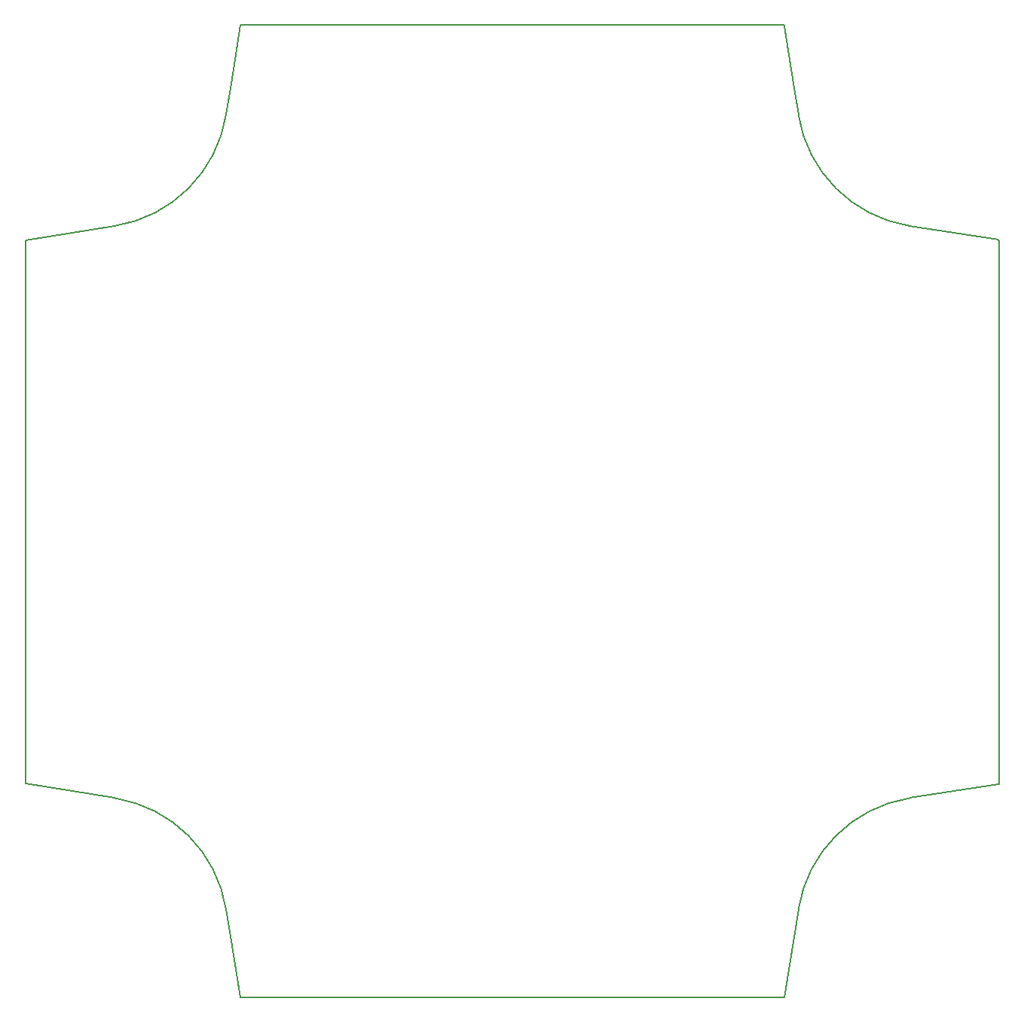
<source format=gko>
G04*
G04 #@! TF.GenerationSoftware,Altium Limited,Altium Designer,20.0.11 (256)*
G04*
G04 Layer_Color=16711935*
%FSLAX25Y25*%
%MOIN*%
G70*
G01*
G75*
%ADD12C,0.00787*%
D12*
X353001Y-28164D02*
G03*
X303753Y-77412I9268J-58516D01*
G01*
X1331Y225010D02*
G03*
X50579Y274258I-9268J58516D01*
G01*
Y-77412D02*
G03*
X1331Y-28164I-58516J-9268D01*
G01*
X303753Y274258D02*
G03*
X353001Y225010I58516J9268D01*
G01*
X297510Y-116511D02*
X303753Y-77412D01*
X392568Y-21847D02*
X392572Y-21845D01*
X392563Y-21849D02*
X392568Y-21847D01*
X392559Y-21850D02*
X392563Y-21849D01*
X392554Y-21852D02*
X392559Y-21850D01*
X392550Y-21854D02*
X392554Y-21852D01*
X392545Y-21855D02*
X392550Y-21854D01*
X392540Y-21857D02*
X392545Y-21855D01*
X392536Y-21859D02*
X392540Y-21857D01*
X392531Y-21860D02*
X392536Y-21859D01*
X392527Y-21862D02*
X392531Y-21860D01*
X392522Y-21864D02*
X392527Y-21862D01*
X392517Y-21865D02*
X392522Y-21864D01*
X392513Y-21867D02*
X392517Y-21865D01*
X392508Y-21869D02*
X392513Y-21867D01*
X392504Y-21870D02*
X392508Y-21869D01*
X392499Y-21872D02*
X392504Y-21870D01*
X392494Y-21873D02*
X392499Y-21872D01*
X392490Y-21875D02*
X392494Y-21873D01*
X392485Y-21876D02*
X392490Y-21875D01*
X392481Y-21878D02*
X392485Y-21876D01*
X392476Y-21880D02*
X392481Y-21878D01*
X392471Y-21881D02*
X392476Y-21880D01*
X392467Y-21883D02*
X392471Y-21881D01*
X392462Y-21884D02*
X392467Y-21883D01*
X392457Y-21886D02*
X392462Y-21884D01*
X392453Y-21887D02*
X392457Y-21886D01*
X392448Y-21889D02*
X392453Y-21887D01*
X392443Y-21890D02*
X392448Y-21889D01*
X392439Y-21891D02*
X392443Y-21890D01*
X392434Y-21893D02*
X392439Y-21891D01*
X392429Y-21894D02*
X392434Y-21893D01*
X392425Y-21896D02*
X392429Y-21894D01*
X392420Y-21897D02*
X392425Y-21896D01*
X392415Y-21899D02*
X392420Y-21897D01*
X392411Y-21900D02*
X392415Y-21899D01*
X392406Y-21901D02*
X392411Y-21900D01*
X392401Y-21903D02*
X392406Y-21901D01*
X392397Y-21904D02*
X392401Y-21903D01*
X392392Y-21906D02*
X392397Y-21904D01*
X392387Y-21907D02*
X392392Y-21906D01*
X392383Y-21908D02*
X392387Y-21907D01*
X392378Y-21910D02*
X392383Y-21908D01*
X392373Y-21911D02*
X392378Y-21910D01*
X392369Y-21912D02*
X392373Y-21911D01*
X392364Y-21914D02*
X392369Y-21912D01*
X392359Y-21915D02*
X392364Y-21914D01*
X392355Y-21916D02*
X392359Y-21915D01*
X392350Y-21918D02*
X392355Y-21916D01*
X392345Y-21919D02*
X392350Y-21918D01*
X392340Y-21920D02*
X392345Y-21919D01*
X392336Y-21921D02*
X392340Y-21920D01*
X392331Y-21923D02*
X392336Y-21921D01*
X392326Y-21924D02*
X392331Y-21923D01*
X392322Y-21925D02*
X392326Y-21924D01*
X392317Y-21926D02*
X392322Y-21925D01*
X392312Y-21927D02*
X392317Y-21926D01*
X392307Y-21929D02*
X392312Y-21927D01*
X392303Y-21930D02*
X392307Y-21929D01*
X392298Y-21931D02*
X392303Y-21930D01*
X392293Y-21932D02*
X392298Y-21931D01*
X392288Y-21933D02*
X392293Y-21932D01*
X392284Y-21934D02*
X392288Y-21933D01*
X392279Y-21936D02*
X392284Y-21934D01*
X392274Y-21937D02*
X392279Y-21936D01*
X392269Y-21938D02*
X392274Y-21937D01*
X392265Y-21939D02*
X392269Y-21938D01*
X392260Y-21940D02*
X392265Y-21939D01*
X392255Y-21941D02*
X392260Y-21940D01*
X392250Y-21942D02*
X392255Y-21941D01*
X392246Y-21943D02*
X392250Y-21942D01*
X392241Y-21944D02*
X392246Y-21943D01*
X392236Y-21945D02*
X392241Y-21944D01*
X392231Y-21946D02*
X392236Y-21945D01*
X392227Y-21947D02*
X392231Y-21946D01*
X392222Y-21948D02*
X392227Y-21947D01*
X392217Y-21949D02*
X392222Y-21948D01*
X392212Y-21950D02*
X392217Y-21949D01*
X392208Y-21951D02*
X392212Y-21950D01*
X392203Y-21952D02*
X392208Y-21951D01*
X392198Y-21953D02*
X392203Y-21952D01*
X392193Y-21954D02*
X392198Y-21953D01*
X392188Y-21955D02*
X392193Y-21954D01*
X392184Y-21956D02*
X392188Y-21955D01*
X392179Y-21957D02*
X392184Y-21956D01*
X392174Y-21958D02*
X392179Y-21957D01*
X392169Y-21959D02*
X392174Y-21958D01*
X392164Y-21960D02*
X392169Y-21959D01*
X392160Y-21961D02*
X392164Y-21960D01*
X392155Y-21962D02*
X392160Y-21961D01*
X392150Y-21963D02*
X392155Y-21962D01*
X392145Y-21963D02*
X392150Y-21963D01*
X392140Y-21964D02*
X392145Y-21963D01*
X392136Y-21965D02*
X392140Y-21964D01*
X392131Y-21966D02*
X392136Y-21965D01*
X392126Y-21967D02*
X392131Y-21966D01*
X392121Y-21968D02*
X392126Y-21967D01*
X392116Y-21968D02*
X392121Y-21968D01*
X392112Y-21969D02*
X392116Y-21968D01*
X392107Y-21970D02*
X392112Y-21969D01*
X392102Y-21971D02*
X392107Y-21970D01*
X300576Y294317D02*
X301877Y286108D01*
X52456Y-89262D02*
X56772Y-116511D01*
X192718Y313829D02*
X297435D01*
X297435Y313830D02*
X297437Y313825D01*
X297438Y313820D01*
X297440Y313816D01*
X297442Y313811D01*
X297443Y313807D01*
X297445Y313802D01*
X297447Y313798D01*
X297449Y313793D01*
X297450Y313788D01*
X297452Y313784D01*
X297453Y313779D01*
X297455Y313775D01*
X297457Y313770D01*
X297458Y313765D01*
X297460Y313761D01*
X297462Y313756D01*
X297463Y313752D01*
X297465Y313747D01*
X297466Y313742D01*
X297468Y313738D01*
X297469Y313733D01*
X297471Y313728D01*
X297472Y313724D01*
X297474Y313719D01*
X297475Y313714D01*
X297477Y313710D01*
X297478Y313705D01*
X297480Y313701D01*
X297481Y313696D01*
X297483Y313691D01*
X297484Y313687D01*
X297486Y313682D01*
X297487Y313677D01*
X297488Y313673D01*
X297490Y313668D01*
X297491Y313663D01*
X297493Y313659D01*
X297494Y313654D01*
X297495Y313649D01*
X297497Y313645D01*
X297498Y313640D01*
X297499Y313635D01*
X297501Y313630D01*
X297502Y313626D01*
X297503Y313621D01*
X297505Y313616D01*
X297506Y313612D01*
X297507Y313607D01*
X297509Y313602D01*
X297510Y313598D01*
X297511Y313593D01*
X297512Y313588D01*
X297514Y313583D01*
X297515Y313579D01*
X297516Y313574D01*
X297517Y313569D01*
X297518Y313564D01*
X297520Y313560D01*
X297521Y313555D01*
X297522Y313550D01*
X297523Y313546D01*
X297524Y313541D01*
X297525Y313536D01*
X297527Y313531D01*
X297528Y313527D01*
X297529Y313522D01*
X297530Y313517D01*
X297531Y313512D01*
X297532Y313508D01*
X297533Y313503D01*
X297534Y313498D01*
X297535Y313493D01*
X297536Y313488D01*
X297537Y313484D01*
X297538Y313479D01*
X297539Y313474D01*
X297540Y313469D01*
X297541Y313465D01*
X297542Y313460D01*
X297543Y313455D01*
X297544Y313450D01*
X297545Y313445D01*
X297546Y313441D01*
X297547Y313436D01*
X297548Y313431D01*
X297549Y313426D01*
X297550Y313422D01*
X297551Y313417D01*
X297551Y313412D01*
X297552Y313407D01*
X297553Y313402D01*
X297554Y313398D01*
X297555Y313393D01*
X297556Y313388D01*
X297557Y313383D01*
X297557Y313378D01*
X297558Y313373D01*
X297559Y313369D01*
X297560Y313364D01*
X297561Y313359D01*
X50579Y274259D02*
X52456Y286108D01*
X-38239Y218692D02*
X1331Y225011D01*
X353001D02*
X392101Y218818D01*
X56772Y-116511D02*
X297510D01*
X52456Y286108D02*
X53756Y294317D01*
X297561Y313358D02*
X300576Y294317D01*
X56897Y313829D02*
X161615D01*
X192718D01*
X53756Y294317D02*
X56897Y313829D01*
X392102Y218818D02*
X392107Y218817D01*
X392112Y218816D01*
X392116Y218815D01*
X392121Y218814D01*
X392126Y218814D01*
X392131Y218813D01*
X392136Y218812D01*
X392140Y218811D01*
X392145Y218810D01*
X392150Y218809D01*
X392155Y218809D01*
X392160Y218808D01*
X392164Y218807D01*
X392169Y218806D01*
X392174Y218805D01*
X392179Y218804D01*
X392184Y218803D01*
X392188Y218802D01*
X392193Y218801D01*
X392198Y218800D01*
X392203Y218799D01*
X392208Y218798D01*
X392212Y218797D01*
X392217Y218796D01*
X392222Y218795D01*
X392227Y218794D01*
X392231Y218793D01*
X392236Y218792D01*
X392241Y218791D01*
X392246Y218790D01*
X392250Y218789D01*
X392255Y218788D01*
X392260Y218787D01*
X392265Y218786D01*
X392269Y218785D01*
X392274Y218784D01*
X392279Y218783D01*
X392284Y218781D01*
X392288Y218780D01*
X392293Y218779D01*
X392298Y218778D01*
X392303Y218777D01*
X392307Y218776D01*
X392312Y218774D01*
X392317Y218773D01*
X392322Y218772D01*
X392326Y218771D01*
X392331Y218769D01*
X392336Y218768D01*
X392340Y218767D01*
X392345Y218766D01*
X392350Y218764D01*
X392355Y218763D01*
X392359Y218762D01*
X392364Y218761D01*
X392369Y218759D01*
X392373Y218758D01*
X392378Y218757D01*
X392383Y218755D01*
X392387Y218754D01*
X392392Y218753D01*
X392397Y218751D01*
X392401Y218750D01*
X392406Y218748D01*
X392411Y218747D01*
X392415Y218746D01*
X392420Y218744D01*
X392425Y218743D01*
X392429Y218741D01*
X392434Y218740D01*
X392439Y218738D01*
X392443Y218737D01*
X392448Y218735D01*
X392453Y218734D01*
X392457Y218733D01*
X392462Y218731D01*
X392467Y218729D01*
X392471Y218728D01*
X392476Y218726D01*
X392481Y218725D01*
X392485Y218723D01*
X392490Y218722D01*
X392494Y218720D01*
X392499Y218719D01*
X392504Y218717D01*
X392508Y218715D01*
X392513Y218714D01*
X392517Y218712D01*
X392522Y218711D01*
X392527Y218709D01*
X392531Y218707D01*
X392536Y218706D01*
X392540Y218704D01*
X392545Y218702D01*
X392550Y218701D01*
X392554Y218699D01*
X392559Y218697D01*
X392563Y218696D01*
X392568Y218694D01*
X392572Y218692D01*
X-38239Y-21845D02*
X1331Y-28164D01*
X50579Y-77412D02*
X52456Y-89262D01*
X301877Y286108D02*
X303753Y274259D01*
X-38239Y-21845D02*
Y218692D01*
X353001Y-28164D02*
X392101Y-21971D01*
X392571Y-21845D02*
Y218692D01*
M02*

</source>
